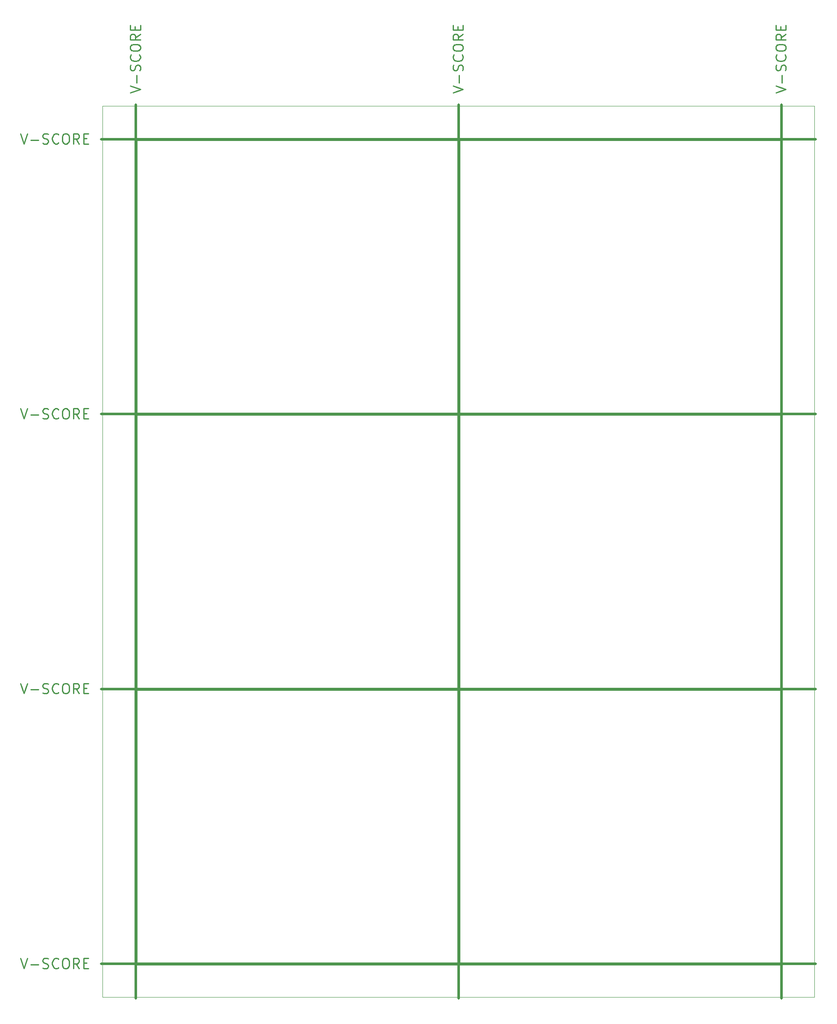
<source format=gko>
%TF.GenerationSoftware,KiCad,Pcbnew,8.0.5*%
%TF.CreationDate,2024-12-18T16:51:19-07:00*%
%TF.ProjectId,SparkFun_XRP_Controller_panelized,53706172-6b46-4756-9e5f-5852505f436f,v20*%
%TF.SameCoordinates,Original*%
%TF.FileFunction,Copper,L5,Inr*%
%TF.FilePolarity,Positive*%
%FSLAX46Y46*%
G04 Gerber Fmt 4.6, Leading zero omitted, Abs format (unit mm)*
G04 Created by KiCad (PCBNEW 8.0.5) date 2024-12-18 16:51:19*
%MOMM*%
%LPD*%
G01*
G04 APERTURE LIST*
%TA.AperFunction,Profile*%
%ADD10C,0.100000*%
%TD*%
%ADD11C,0.500000*%
%ADD12C,0.250000*%
G04 APERTURE END LIST*
D10*
X64000000Y108450000D02*
X127500000Y108450000D01*
X127500000Y54475000D01*
X64000000Y54475000D01*
X64000000Y108450000D01*
X0Y53975000D02*
X63500000Y53975000D01*
X63500000Y0D01*
X0Y0D01*
X0Y53975000D01*
X134350000Y-6850000D02*
X-6850000Y-6850000D01*
X-500000Y163425000D02*
X128000000Y163425000D01*
X0Y162925000D02*
X63500000Y162925000D01*
X63500000Y108950000D01*
X0Y108950000D01*
X0Y162925000D01*
X0Y108450000D02*
X63500000Y108450000D01*
X63500000Y54475000D01*
X0Y54475000D01*
X0Y108450000D01*
X134350000Y169775000D02*
X134350000Y-6850000D01*
X128000000Y-500000D02*
X-500000Y-500000D01*
X64000000Y53975000D02*
X127500000Y53975000D01*
X127500000Y0D01*
X64000000Y0D01*
X64000000Y53975000D01*
X128000000Y163425000D02*
X128000000Y-500000D01*
X64000000Y162925000D02*
X127500000Y162925000D01*
X127500000Y108950000D01*
X64000000Y108950000D01*
X64000000Y162925000D01*
X-6850000Y-6850000D02*
X-6850000Y169775000D01*
X-500000Y-500000D02*
X-500000Y163425000D01*
X-6850000Y169775000D02*
X134350000Y169775000D01*
D11*
X-7100000Y108700000D02*
X134600000Y108700000D01*
X-7100000Y-250000D02*
X134600000Y-250000D01*
X-7100000Y163175000D02*
X134600000Y163175000D01*
X-7100000Y54225000D02*
X134600000Y54225000D01*
X-250000Y170025000D02*
X-250000Y-7100000D01*
X127750000Y170025000D02*
X127750000Y-7100000D01*
X63750000Y170025000D02*
X63750000Y-7100000D01*
D12*
X-23073997Y164262761D02*
X-22407331Y162262761D01*
X-22407331Y162262761D02*
X-21740664Y164262761D01*
X-21073997Y163024666D02*
X-19550187Y163024666D01*
X-18693045Y162358000D02*
X-18407331Y162262761D01*
X-18407331Y162262761D02*
X-17931140Y162262761D01*
X-17931140Y162262761D02*
X-17740664Y162358000D01*
X-17740664Y162358000D02*
X-17645426Y162453238D01*
X-17645426Y162453238D02*
X-17550188Y162643714D01*
X-17550188Y162643714D02*
X-17550188Y162834190D01*
X-17550188Y162834190D02*
X-17645426Y163024666D01*
X-17645426Y163024666D02*
X-17740664Y163119904D01*
X-17740664Y163119904D02*
X-17931140Y163215142D01*
X-17931140Y163215142D02*
X-18312093Y163310380D01*
X-18312093Y163310380D02*
X-18502569Y163405619D01*
X-18502569Y163405619D02*
X-18597807Y163500857D01*
X-18597807Y163500857D02*
X-18693045Y163691333D01*
X-18693045Y163691333D02*
X-18693045Y163881809D01*
X-18693045Y163881809D02*
X-18597807Y164072285D01*
X-18597807Y164072285D02*
X-18502569Y164167523D01*
X-18502569Y164167523D02*
X-18312093Y164262761D01*
X-18312093Y164262761D02*
X-17835902Y164262761D01*
X-17835902Y164262761D02*
X-17550188Y164167523D01*
X-15550188Y162453238D02*
X-15645426Y162358000D01*
X-15645426Y162358000D02*
X-15931140Y162262761D01*
X-15931140Y162262761D02*
X-16121616Y162262761D01*
X-16121616Y162262761D02*
X-16407331Y162358000D01*
X-16407331Y162358000D02*
X-16597807Y162548476D01*
X-16597807Y162548476D02*
X-16693045Y162738952D01*
X-16693045Y162738952D02*
X-16788283Y163119904D01*
X-16788283Y163119904D02*
X-16788283Y163405619D01*
X-16788283Y163405619D02*
X-16693045Y163786571D01*
X-16693045Y163786571D02*
X-16597807Y163977047D01*
X-16597807Y163977047D02*
X-16407331Y164167523D01*
X-16407331Y164167523D02*
X-16121616Y164262761D01*
X-16121616Y164262761D02*
X-15931140Y164262761D01*
X-15931140Y164262761D02*
X-15645426Y164167523D01*
X-15645426Y164167523D02*
X-15550188Y164072285D01*
X-14312093Y164262761D02*
X-13931140Y164262761D01*
X-13931140Y164262761D02*
X-13740664Y164167523D01*
X-13740664Y164167523D02*
X-13550188Y163977047D01*
X-13550188Y163977047D02*
X-13454950Y163596095D01*
X-13454950Y163596095D02*
X-13454950Y162929428D01*
X-13454950Y162929428D02*
X-13550188Y162548476D01*
X-13550188Y162548476D02*
X-13740664Y162358000D01*
X-13740664Y162358000D02*
X-13931140Y162262761D01*
X-13931140Y162262761D02*
X-14312093Y162262761D01*
X-14312093Y162262761D02*
X-14502569Y162358000D01*
X-14502569Y162358000D02*
X-14693045Y162548476D01*
X-14693045Y162548476D02*
X-14788283Y162929428D01*
X-14788283Y162929428D02*
X-14788283Y163596095D01*
X-14788283Y163596095D02*
X-14693045Y163977047D01*
X-14693045Y163977047D02*
X-14502569Y164167523D01*
X-14502569Y164167523D02*
X-14312093Y164262761D01*
X-11454950Y162262761D02*
X-12121617Y163215142D01*
X-12597807Y162262761D02*
X-12597807Y164262761D01*
X-12597807Y164262761D02*
X-11835902Y164262761D01*
X-11835902Y164262761D02*
X-11645426Y164167523D01*
X-11645426Y164167523D02*
X-11550188Y164072285D01*
X-11550188Y164072285D02*
X-11454950Y163881809D01*
X-11454950Y163881809D02*
X-11454950Y163596095D01*
X-11454950Y163596095D02*
X-11550188Y163405619D01*
X-11550188Y163405619D02*
X-11645426Y163310380D01*
X-11645426Y163310380D02*
X-11835902Y163215142D01*
X-11835902Y163215142D02*
X-12597807Y163215142D01*
X-10597807Y163310380D02*
X-9931140Y163310380D01*
X-9645426Y162262761D02*
X-10597807Y162262761D01*
X-10597807Y162262761D02*
X-10597807Y164262761D01*
X-10597807Y164262761D02*
X-9645426Y164262761D01*
X-23073997Y55312762D02*
X-22407331Y53312762D01*
X-22407331Y53312762D02*
X-21740664Y55312762D01*
X-21073997Y54074667D02*
X-19550187Y54074667D01*
X-18693045Y53408000D02*
X-18407331Y53312762D01*
X-18407331Y53312762D02*
X-17931140Y53312762D01*
X-17931140Y53312762D02*
X-17740664Y53408000D01*
X-17740664Y53408000D02*
X-17645426Y53503239D01*
X-17645426Y53503239D02*
X-17550188Y53693715D01*
X-17550188Y53693715D02*
X-17550188Y53884191D01*
X-17550188Y53884191D02*
X-17645426Y54074667D01*
X-17645426Y54074667D02*
X-17740664Y54169905D01*
X-17740664Y54169905D02*
X-17931140Y54265143D01*
X-17931140Y54265143D02*
X-18312093Y54360381D01*
X-18312093Y54360381D02*
X-18502569Y54455620D01*
X-18502569Y54455620D02*
X-18597807Y54550858D01*
X-18597807Y54550858D02*
X-18693045Y54741334D01*
X-18693045Y54741334D02*
X-18693045Y54931810D01*
X-18693045Y54931810D02*
X-18597807Y55122286D01*
X-18597807Y55122286D02*
X-18502569Y55217524D01*
X-18502569Y55217524D02*
X-18312093Y55312762D01*
X-18312093Y55312762D02*
X-17835902Y55312762D01*
X-17835902Y55312762D02*
X-17550188Y55217524D01*
X-15550188Y53503239D02*
X-15645426Y53408000D01*
X-15645426Y53408000D02*
X-15931140Y53312762D01*
X-15931140Y53312762D02*
X-16121616Y53312762D01*
X-16121616Y53312762D02*
X-16407331Y53408000D01*
X-16407331Y53408000D02*
X-16597807Y53598477D01*
X-16597807Y53598477D02*
X-16693045Y53788953D01*
X-16693045Y53788953D02*
X-16788283Y54169905D01*
X-16788283Y54169905D02*
X-16788283Y54455620D01*
X-16788283Y54455620D02*
X-16693045Y54836572D01*
X-16693045Y54836572D02*
X-16597807Y55027048D01*
X-16597807Y55027048D02*
X-16407331Y55217524D01*
X-16407331Y55217524D02*
X-16121616Y55312762D01*
X-16121616Y55312762D02*
X-15931140Y55312762D01*
X-15931140Y55312762D02*
X-15645426Y55217524D01*
X-15645426Y55217524D02*
X-15550188Y55122286D01*
X-14312093Y55312762D02*
X-13931140Y55312762D01*
X-13931140Y55312762D02*
X-13740664Y55217524D01*
X-13740664Y55217524D02*
X-13550188Y55027048D01*
X-13550188Y55027048D02*
X-13454950Y54646096D01*
X-13454950Y54646096D02*
X-13454950Y53979429D01*
X-13454950Y53979429D02*
X-13550188Y53598477D01*
X-13550188Y53598477D02*
X-13740664Y53408000D01*
X-13740664Y53408000D02*
X-13931140Y53312762D01*
X-13931140Y53312762D02*
X-14312093Y53312762D01*
X-14312093Y53312762D02*
X-14502569Y53408000D01*
X-14502569Y53408000D02*
X-14693045Y53598477D01*
X-14693045Y53598477D02*
X-14788283Y53979429D01*
X-14788283Y53979429D02*
X-14788283Y54646096D01*
X-14788283Y54646096D02*
X-14693045Y55027048D01*
X-14693045Y55027048D02*
X-14502569Y55217524D01*
X-14502569Y55217524D02*
X-14312093Y55312762D01*
X-11454950Y53312762D02*
X-12121617Y54265143D01*
X-12597807Y53312762D02*
X-12597807Y55312762D01*
X-12597807Y55312762D02*
X-11835902Y55312762D01*
X-11835902Y55312762D02*
X-11645426Y55217524D01*
X-11645426Y55217524D02*
X-11550188Y55122286D01*
X-11550188Y55122286D02*
X-11454950Y54931810D01*
X-11454950Y54931810D02*
X-11454950Y54646096D01*
X-11454950Y54646096D02*
X-11550188Y54455620D01*
X-11550188Y54455620D02*
X-11645426Y54360381D01*
X-11645426Y54360381D02*
X-11835902Y54265143D01*
X-11835902Y54265143D02*
X-12597807Y54265143D01*
X-10597807Y54360381D02*
X-9931140Y54360381D01*
X-9645426Y53312762D02*
X-10597807Y53312762D01*
X-10597807Y53312762D02*
X-10597807Y55312762D01*
X-10597807Y55312762D02*
X-9645426Y55312762D01*
X126662238Y172379949D02*
X128662238Y173046615D01*
X128662238Y173046615D02*
X126662238Y173713282D01*
X127900333Y174379949D02*
X127900333Y175903759D01*
X128567000Y176760901D02*
X128662238Y177046615D01*
X128662238Y177046615D02*
X128662238Y177522806D01*
X128662238Y177522806D02*
X128567000Y177713282D01*
X128567000Y177713282D02*
X128471761Y177808520D01*
X128471761Y177808520D02*
X128281285Y177903758D01*
X128281285Y177903758D02*
X128090809Y177903758D01*
X128090809Y177903758D02*
X127900333Y177808520D01*
X127900333Y177808520D02*
X127805095Y177713282D01*
X127805095Y177713282D02*
X127709857Y177522806D01*
X127709857Y177522806D02*
X127614619Y177141853D01*
X127614619Y177141853D02*
X127519380Y176951377D01*
X127519380Y176951377D02*
X127424142Y176856139D01*
X127424142Y176856139D02*
X127233666Y176760901D01*
X127233666Y176760901D02*
X127043190Y176760901D01*
X127043190Y176760901D02*
X126852714Y176856139D01*
X126852714Y176856139D02*
X126757476Y176951377D01*
X126757476Y176951377D02*
X126662238Y177141853D01*
X126662238Y177141853D02*
X126662238Y177618044D01*
X126662238Y177618044D02*
X126757476Y177903758D01*
X128471761Y179903758D02*
X128567000Y179808520D01*
X128567000Y179808520D02*
X128662238Y179522806D01*
X128662238Y179522806D02*
X128662238Y179332330D01*
X128662238Y179332330D02*
X128567000Y179046615D01*
X128567000Y179046615D02*
X128376523Y178856139D01*
X128376523Y178856139D02*
X128186047Y178760901D01*
X128186047Y178760901D02*
X127805095Y178665663D01*
X127805095Y178665663D02*
X127519380Y178665663D01*
X127519380Y178665663D02*
X127138428Y178760901D01*
X127138428Y178760901D02*
X126947952Y178856139D01*
X126947952Y178856139D02*
X126757476Y179046615D01*
X126757476Y179046615D02*
X126662238Y179332330D01*
X126662238Y179332330D02*
X126662238Y179522806D01*
X126662238Y179522806D02*
X126757476Y179808520D01*
X126757476Y179808520D02*
X126852714Y179903758D01*
X126662238Y181141853D02*
X126662238Y181522806D01*
X126662238Y181522806D02*
X126757476Y181713282D01*
X126757476Y181713282D02*
X126947952Y181903758D01*
X126947952Y181903758D02*
X127328904Y181998996D01*
X127328904Y181998996D02*
X127995571Y181998996D01*
X127995571Y181998996D02*
X128376523Y181903758D01*
X128376523Y181903758D02*
X128567000Y181713282D01*
X128567000Y181713282D02*
X128662238Y181522806D01*
X128662238Y181522806D02*
X128662238Y181141853D01*
X128662238Y181141853D02*
X128567000Y180951377D01*
X128567000Y180951377D02*
X128376523Y180760901D01*
X128376523Y180760901D02*
X127995571Y180665663D01*
X127995571Y180665663D02*
X127328904Y180665663D01*
X127328904Y180665663D02*
X126947952Y180760901D01*
X126947952Y180760901D02*
X126757476Y180951377D01*
X126757476Y180951377D02*
X126662238Y181141853D01*
X128662238Y183998996D02*
X127709857Y183332329D01*
X128662238Y182856139D02*
X126662238Y182856139D01*
X126662238Y182856139D02*
X126662238Y183618044D01*
X126662238Y183618044D02*
X126757476Y183808520D01*
X126757476Y183808520D02*
X126852714Y183903758D01*
X126852714Y183903758D02*
X127043190Y183998996D01*
X127043190Y183998996D02*
X127328904Y183998996D01*
X127328904Y183998996D02*
X127519380Y183903758D01*
X127519380Y183903758D02*
X127614619Y183808520D01*
X127614619Y183808520D02*
X127709857Y183618044D01*
X127709857Y183618044D02*
X127709857Y182856139D01*
X127614619Y184856139D02*
X127614619Y185522806D01*
X128662238Y185808520D02*
X128662238Y184856139D01*
X128662238Y184856139D02*
X126662238Y184856139D01*
X126662238Y184856139D02*
X126662238Y185808520D01*
X-1337762Y172379949D02*
X662238Y173046615D01*
X662238Y173046615D02*
X-1337762Y173713282D01*
X-99667Y174379949D02*
X-99667Y175903759D01*
X567000Y176760901D02*
X662238Y177046615D01*
X662238Y177046615D02*
X662238Y177522806D01*
X662238Y177522806D02*
X567000Y177713282D01*
X567000Y177713282D02*
X471761Y177808520D01*
X471761Y177808520D02*
X281285Y177903758D01*
X281285Y177903758D02*
X90809Y177903758D01*
X90809Y177903758D02*
X-99667Y177808520D01*
X-99667Y177808520D02*
X-194905Y177713282D01*
X-194905Y177713282D02*
X-290143Y177522806D01*
X-290143Y177522806D02*
X-385381Y177141853D01*
X-385381Y177141853D02*
X-480620Y176951377D01*
X-480620Y176951377D02*
X-575858Y176856139D01*
X-575858Y176856139D02*
X-766334Y176760901D01*
X-766334Y176760901D02*
X-956810Y176760901D01*
X-956810Y176760901D02*
X-1147286Y176856139D01*
X-1147286Y176856139D02*
X-1242524Y176951377D01*
X-1242524Y176951377D02*
X-1337762Y177141853D01*
X-1337762Y177141853D02*
X-1337762Y177618044D01*
X-1337762Y177618044D02*
X-1242524Y177903758D01*
X471761Y179903758D02*
X567000Y179808520D01*
X567000Y179808520D02*
X662238Y179522806D01*
X662238Y179522806D02*
X662238Y179332330D01*
X662238Y179332330D02*
X567000Y179046615D01*
X567000Y179046615D02*
X376523Y178856139D01*
X376523Y178856139D02*
X186047Y178760901D01*
X186047Y178760901D02*
X-194905Y178665663D01*
X-194905Y178665663D02*
X-480620Y178665663D01*
X-480620Y178665663D02*
X-861572Y178760901D01*
X-861572Y178760901D02*
X-1052048Y178856139D01*
X-1052048Y178856139D02*
X-1242524Y179046615D01*
X-1242524Y179046615D02*
X-1337762Y179332330D01*
X-1337762Y179332330D02*
X-1337762Y179522806D01*
X-1337762Y179522806D02*
X-1242524Y179808520D01*
X-1242524Y179808520D02*
X-1147286Y179903758D01*
X-1337762Y181141853D02*
X-1337762Y181522806D01*
X-1337762Y181522806D02*
X-1242524Y181713282D01*
X-1242524Y181713282D02*
X-1052048Y181903758D01*
X-1052048Y181903758D02*
X-671096Y181998996D01*
X-671096Y181998996D02*
X-4429Y181998996D01*
X-4429Y181998996D02*
X376523Y181903758D01*
X376523Y181903758D02*
X567000Y181713282D01*
X567000Y181713282D02*
X662238Y181522806D01*
X662238Y181522806D02*
X662238Y181141853D01*
X662238Y181141853D02*
X567000Y180951377D01*
X567000Y180951377D02*
X376523Y180760901D01*
X376523Y180760901D02*
X-4429Y180665663D01*
X-4429Y180665663D02*
X-671096Y180665663D01*
X-671096Y180665663D02*
X-1052048Y180760901D01*
X-1052048Y180760901D02*
X-1242524Y180951377D01*
X-1242524Y180951377D02*
X-1337762Y181141853D01*
X662238Y183998996D02*
X-290143Y183332329D01*
X662238Y182856139D02*
X-1337762Y182856139D01*
X-1337762Y182856139D02*
X-1337762Y183618044D01*
X-1337762Y183618044D02*
X-1242524Y183808520D01*
X-1242524Y183808520D02*
X-1147286Y183903758D01*
X-1147286Y183903758D02*
X-956810Y183998996D01*
X-956810Y183998996D02*
X-671096Y183998996D01*
X-671096Y183998996D02*
X-480620Y183903758D01*
X-480620Y183903758D02*
X-385381Y183808520D01*
X-385381Y183808520D02*
X-290143Y183618044D01*
X-290143Y183618044D02*
X-290143Y182856139D01*
X-385381Y184856139D02*
X-385381Y185522806D01*
X662238Y185808520D02*
X662238Y184856139D01*
X662238Y184856139D02*
X-1337762Y184856139D01*
X-1337762Y184856139D02*
X-1337762Y185808520D01*
X-23073997Y837762D02*
X-22407331Y-1162238D01*
X-22407331Y-1162238D02*
X-21740664Y837762D01*
X-21073997Y-400333D02*
X-19550187Y-400333D01*
X-18693045Y-1067000D02*
X-18407331Y-1162238D01*
X-18407331Y-1162238D02*
X-17931140Y-1162238D01*
X-17931140Y-1162238D02*
X-17740664Y-1067000D01*
X-17740664Y-1067000D02*
X-17645426Y-971761D01*
X-17645426Y-971761D02*
X-17550188Y-781285D01*
X-17550188Y-781285D02*
X-17550188Y-590809D01*
X-17550188Y-590809D02*
X-17645426Y-400333D01*
X-17645426Y-400333D02*
X-17740664Y-305095D01*
X-17740664Y-305095D02*
X-17931140Y-209857D01*
X-17931140Y-209857D02*
X-18312093Y-114619D01*
X-18312093Y-114619D02*
X-18502569Y-19380D01*
X-18502569Y-19380D02*
X-18597807Y75858D01*
X-18597807Y75858D02*
X-18693045Y266334D01*
X-18693045Y266334D02*
X-18693045Y456810D01*
X-18693045Y456810D02*
X-18597807Y647286D01*
X-18597807Y647286D02*
X-18502569Y742524D01*
X-18502569Y742524D02*
X-18312093Y837762D01*
X-18312093Y837762D02*
X-17835902Y837762D01*
X-17835902Y837762D02*
X-17550188Y742524D01*
X-15550188Y-971761D02*
X-15645426Y-1067000D01*
X-15645426Y-1067000D02*
X-15931140Y-1162238D01*
X-15931140Y-1162238D02*
X-16121616Y-1162238D01*
X-16121616Y-1162238D02*
X-16407331Y-1067000D01*
X-16407331Y-1067000D02*
X-16597807Y-876523D01*
X-16597807Y-876523D02*
X-16693045Y-686047D01*
X-16693045Y-686047D02*
X-16788283Y-305095D01*
X-16788283Y-305095D02*
X-16788283Y-19380D01*
X-16788283Y-19380D02*
X-16693045Y361572D01*
X-16693045Y361572D02*
X-16597807Y552048D01*
X-16597807Y552048D02*
X-16407331Y742524D01*
X-16407331Y742524D02*
X-16121616Y837762D01*
X-16121616Y837762D02*
X-15931140Y837762D01*
X-15931140Y837762D02*
X-15645426Y742524D01*
X-15645426Y742524D02*
X-15550188Y647286D01*
X-14312093Y837762D02*
X-13931140Y837762D01*
X-13931140Y837762D02*
X-13740664Y742524D01*
X-13740664Y742524D02*
X-13550188Y552048D01*
X-13550188Y552048D02*
X-13454950Y171096D01*
X-13454950Y171096D02*
X-13454950Y-495571D01*
X-13454950Y-495571D02*
X-13550188Y-876523D01*
X-13550188Y-876523D02*
X-13740664Y-1067000D01*
X-13740664Y-1067000D02*
X-13931140Y-1162238D01*
X-13931140Y-1162238D02*
X-14312093Y-1162238D01*
X-14312093Y-1162238D02*
X-14502569Y-1067000D01*
X-14502569Y-1067000D02*
X-14693045Y-876523D01*
X-14693045Y-876523D02*
X-14788283Y-495571D01*
X-14788283Y-495571D02*
X-14788283Y171096D01*
X-14788283Y171096D02*
X-14693045Y552048D01*
X-14693045Y552048D02*
X-14502569Y742524D01*
X-14502569Y742524D02*
X-14312093Y837762D01*
X-11454950Y-1162238D02*
X-12121617Y-209857D01*
X-12597807Y-1162238D02*
X-12597807Y837762D01*
X-12597807Y837762D02*
X-11835902Y837762D01*
X-11835902Y837762D02*
X-11645426Y742524D01*
X-11645426Y742524D02*
X-11550188Y647286D01*
X-11550188Y647286D02*
X-11454950Y456810D01*
X-11454950Y456810D02*
X-11454950Y171096D01*
X-11454950Y171096D02*
X-11550188Y-19380D01*
X-11550188Y-19380D02*
X-11645426Y-114619D01*
X-11645426Y-114619D02*
X-11835902Y-209857D01*
X-11835902Y-209857D02*
X-12597807Y-209857D01*
X-10597807Y-114619D02*
X-9931140Y-114619D01*
X-9645426Y-1162238D02*
X-10597807Y-1162238D01*
X-10597807Y-1162238D02*
X-10597807Y837762D01*
X-10597807Y837762D02*
X-9645426Y837762D01*
X62662238Y172379949D02*
X64662238Y173046615D01*
X64662238Y173046615D02*
X62662238Y173713282D01*
X63900333Y174379949D02*
X63900333Y175903759D01*
X64567000Y176760901D02*
X64662238Y177046615D01*
X64662238Y177046615D02*
X64662238Y177522806D01*
X64662238Y177522806D02*
X64567000Y177713282D01*
X64567000Y177713282D02*
X64471761Y177808520D01*
X64471761Y177808520D02*
X64281285Y177903758D01*
X64281285Y177903758D02*
X64090809Y177903758D01*
X64090809Y177903758D02*
X63900333Y177808520D01*
X63900333Y177808520D02*
X63805095Y177713282D01*
X63805095Y177713282D02*
X63709857Y177522806D01*
X63709857Y177522806D02*
X63614619Y177141853D01*
X63614619Y177141853D02*
X63519380Y176951377D01*
X63519380Y176951377D02*
X63424142Y176856139D01*
X63424142Y176856139D02*
X63233666Y176760901D01*
X63233666Y176760901D02*
X63043190Y176760901D01*
X63043190Y176760901D02*
X62852714Y176856139D01*
X62852714Y176856139D02*
X62757476Y176951377D01*
X62757476Y176951377D02*
X62662238Y177141853D01*
X62662238Y177141853D02*
X62662238Y177618044D01*
X62662238Y177618044D02*
X62757476Y177903758D01*
X64471761Y179903758D02*
X64567000Y179808520D01*
X64567000Y179808520D02*
X64662238Y179522806D01*
X64662238Y179522806D02*
X64662238Y179332330D01*
X64662238Y179332330D02*
X64567000Y179046615D01*
X64567000Y179046615D02*
X64376523Y178856139D01*
X64376523Y178856139D02*
X64186047Y178760901D01*
X64186047Y178760901D02*
X63805095Y178665663D01*
X63805095Y178665663D02*
X63519380Y178665663D01*
X63519380Y178665663D02*
X63138428Y178760901D01*
X63138428Y178760901D02*
X62947952Y178856139D01*
X62947952Y178856139D02*
X62757476Y179046615D01*
X62757476Y179046615D02*
X62662238Y179332330D01*
X62662238Y179332330D02*
X62662238Y179522806D01*
X62662238Y179522806D02*
X62757476Y179808520D01*
X62757476Y179808520D02*
X62852714Y179903758D01*
X62662238Y181141853D02*
X62662238Y181522806D01*
X62662238Y181522806D02*
X62757476Y181713282D01*
X62757476Y181713282D02*
X62947952Y181903758D01*
X62947952Y181903758D02*
X63328904Y181998996D01*
X63328904Y181998996D02*
X63995571Y181998996D01*
X63995571Y181998996D02*
X64376523Y181903758D01*
X64376523Y181903758D02*
X64567000Y181713282D01*
X64567000Y181713282D02*
X64662238Y181522806D01*
X64662238Y181522806D02*
X64662238Y181141853D01*
X64662238Y181141853D02*
X64567000Y180951377D01*
X64567000Y180951377D02*
X64376523Y180760901D01*
X64376523Y180760901D02*
X63995571Y180665663D01*
X63995571Y180665663D02*
X63328904Y180665663D01*
X63328904Y180665663D02*
X62947952Y180760901D01*
X62947952Y180760901D02*
X62757476Y180951377D01*
X62757476Y180951377D02*
X62662238Y181141853D01*
X64662238Y183998996D02*
X63709857Y183332329D01*
X64662238Y182856139D02*
X62662238Y182856139D01*
X62662238Y182856139D02*
X62662238Y183618044D01*
X62662238Y183618044D02*
X62757476Y183808520D01*
X62757476Y183808520D02*
X62852714Y183903758D01*
X62852714Y183903758D02*
X63043190Y183998996D01*
X63043190Y183998996D02*
X63328904Y183998996D01*
X63328904Y183998996D02*
X63519380Y183903758D01*
X63519380Y183903758D02*
X63614619Y183808520D01*
X63614619Y183808520D02*
X63709857Y183618044D01*
X63709857Y183618044D02*
X63709857Y182856139D01*
X63614619Y184856139D02*
X63614619Y185522806D01*
X64662238Y185808520D02*
X64662238Y184856139D01*
X64662238Y184856139D02*
X62662238Y184856139D01*
X62662238Y184856139D02*
X62662238Y185808520D01*
X-23073997Y109787762D02*
X-22407331Y107787762D01*
X-22407331Y107787762D02*
X-21740664Y109787762D01*
X-21073997Y108549667D02*
X-19550187Y108549667D01*
X-18693045Y107883000D02*
X-18407331Y107787762D01*
X-18407331Y107787762D02*
X-17931140Y107787762D01*
X-17931140Y107787762D02*
X-17740664Y107883000D01*
X-17740664Y107883000D02*
X-17645426Y107978239D01*
X-17645426Y107978239D02*
X-17550188Y108168715D01*
X-17550188Y108168715D02*
X-17550188Y108359191D01*
X-17550188Y108359191D02*
X-17645426Y108549667D01*
X-17645426Y108549667D02*
X-17740664Y108644905D01*
X-17740664Y108644905D02*
X-17931140Y108740143D01*
X-17931140Y108740143D02*
X-18312093Y108835381D01*
X-18312093Y108835381D02*
X-18502569Y108930620D01*
X-18502569Y108930620D02*
X-18597807Y109025858D01*
X-18597807Y109025858D02*
X-18693045Y109216334D01*
X-18693045Y109216334D02*
X-18693045Y109406810D01*
X-18693045Y109406810D02*
X-18597807Y109597286D01*
X-18597807Y109597286D02*
X-18502569Y109692524D01*
X-18502569Y109692524D02*
X-18312093Y109787762D01*
X-18312093Y109787762D02*
X-17835902Y109787762D01*
X-17835902Y109787762D02*
X-17550188Y109692524D01*
X-15550188Y107978239D02*
X-15645426Y107883000D01*
X-15645426Y107883000D02*
X-15931140Y107787762D01*
X-15931140Y107787762D02*
X-16121616Y107787762D01*
X-16121616Y107787762D02*
X-16407331Y107883000D01*
X-16407331Y107883000D02*
X-16597807Y108073477D01*
X-16597807Y108073477D02*
X-16693045Y108263953D01*
X-16693045Y108263953D02*
X-16788283Y108644905D01*
X-16788283Y108644905D02*
X-16788283Y108930620D01*
X-16788283Y108930620D02*
X-16693045Y109311572D01*
X-16693045Y109311572D02*
X-16597807Y109502048D01*
X-16597807Y109502048D02*
X-16407331Y109692524D01*
X-16407331Y109692524D02*
X-16121616Y109787762D01*
X-16121616Y109787762D02*
X-15931140Y109787762D01*
X-15931140Y109787762D02*
X-15645426Y109692524D01*
X-15645426Y109692524D02*
X-15550188Y109597286D01*
X-14312093Y109787762D02*
X-13931140Y109787762D01*
X-13931140Y109787762D02*
X-13740664Y109692524D01*
X-13740664Y109692524D02*
X-13550188Y109502048D01*
X-13550188Y109502048D02*
X-13454950Y109121096D01*
X-13454950Y109121096D02*
X-13454950Y108454429D01*
X-13454950Y108454429D02*
X-13550188Y108073477D01*
X-13550188Y108073477D02*
X-13740664Y107883000D01*
X-13740664Y107883000D02*
X-13931140Y107787762D01*
X-13931140Y107787762D02*
X-14312093Y107787762D01*
X-14312093Y107787762D02*
X-14502569Y107883000D01*
X-14502569Y107883000D02*
X-14693045Y108073477D01*
X-14693045Y108073477D02*
X-14788283Y108454429D01*
X-14788283Y108454429D02*
X-14788283Y109121096D01*
X-14788283Y109121096D02*
X-14693045Y109502048D01*
X-14693045Y109502048D02*
X-14502569Y109692524D01*
X-14502569Y109692524D02*
X-14312093Y109787762D01*
X-11454950Y107787762D02*
X-12121617Y108740143D01*
X-12597807Y107787762D02*
X-12597807Y109787762D01*
X-12597807Y109787762D02*
X-11835902Y109787762D01*
X-11835902Y109787762D02*
X-11645426Y109692524D01*
X-11645426Y109692524D02*
X-11550188Y109597286D01*
X-11550188Y109597286D02*
X-11454950Y109406810D01*
X-11454950Y109406810D02*
X-11454950Y109121096D01*
X-11454950Y109121096D02*
X-11550188Y108930620D01*
X-11550188Y108930620D02*
X-11645426Y108835381D01*
X-11645426Y108835381D02*
X-11835902Y108740143D01*
X-11835902Y108740143D02*
X-12597807Y108740143D01*
X-10597807Y108835381D02*
X-9931140Y108835381D01*
X-9645426Y107787762D02*
X-10597807Y107787762D01*
X-10597807Y107787762D02*
X-10597807Y109787762D01*
X-10597807Y109787762D02*
X-9645426Y109787762D01*
M02*

</source>
